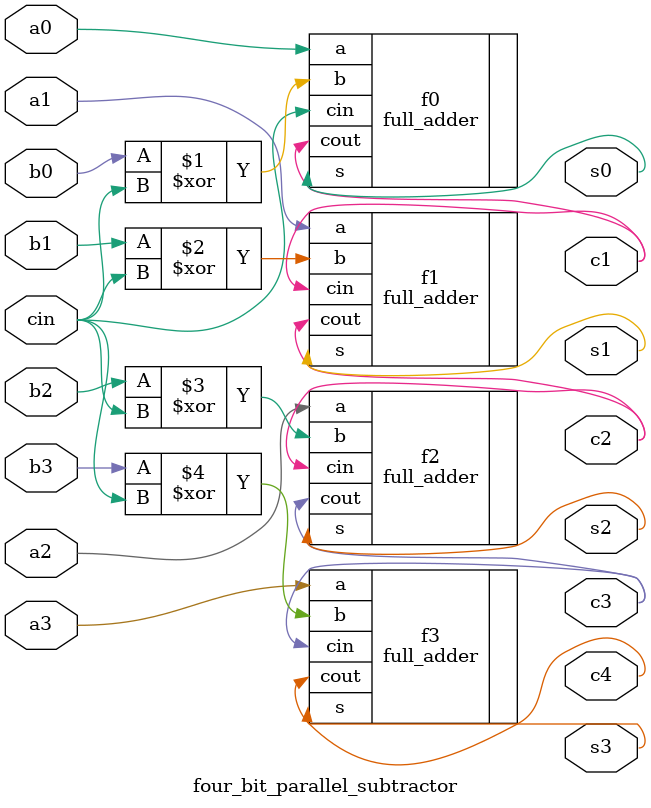
<source format=v>
`timescale 1ns / 1ps

module four_bit_parallel_subtractor(a0, a1, a2, a3, b0, b1, b2, b3, cin, c1, c2, c3, c4, s0, s1, s2, s3);
    input a0, a1, a2, a3, b0, b1, b2, b3, cin;
    output c1, c2, c3, c4, s0, s1, s2, s3;
    
    full_adder f0(.a(a0), .b((b0 ^ cin)), .cin(cin), .s(s0), .cout(c1));
    full_adder f1(.a(a1), .b((b1 ^ cin)), .cin(c1), .s(s1), .cout(c2));
    full_adder f2(.a(a2), .b((b2 ^ cin)), .cin(c2), .s(s2), .cout(c3));
    full_adder f3(.a(a3), .b((b3 ^ cin)), .cin(c3), .s(s3), .cout(c4));
endmodule

</source>
